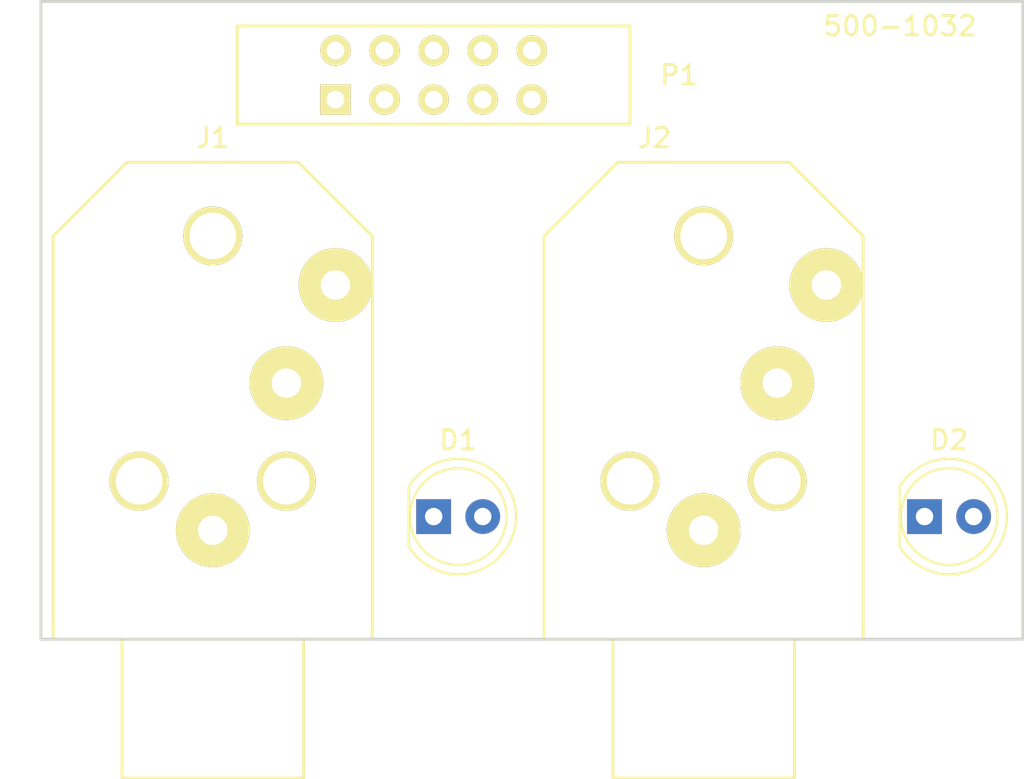
<source format=kicad_pcb>
(kicad_pcb (version 4) (host pcbnew 4.0.5)

  (general
    (links 10)
    (no_connects 10)
    (area 0 0 0 0)
    (thickness 1.6)
    (drawings 4)
    (tracks 0)
    (zones 0)
    (modules 5)
    (nets 11)
  )

  (page A)
  (title_block
    (title "DUAL 1/4\" JACK/ LED")
    (date 2017-01-31)
    (rev A)
  )

  (layers
    (0 F.Cu signal)
    (31 B.Cu signal)
    (32 B.Adhes user)
    (33 F.Adhes user)
    (34 B.Paste user)
    (35 F.Paste user)
    (36 B.SilkS user)
    (37 F.SilkS user)
    (38 B.Mask user)
    (39 F.Mask user)
    (40 Dwgs.User user)
    (41 Cmts.User user)
    (42 Eco1.User user)
    (43 Eco2.User user)
    (44 Edge.Cuts user)
    (45 Margin user)
    (46 B.CrtYd user)
    (47 F.CrtYd user)
    (48 B.Fab user)
    (49 F.Fab user)
  )

  (setup
    (last_trace_width 0.25)
    (trace_clearance 0.2)
    (zone_clearance 0.508)
    (zone_45_only no)
    (trace_min 0.2)
    (segment_width 0.2)
    (edge_width 0.15)
    (via_size 0.6)
    (via_drill 0.4)
    (via_min_size 0.4)
    (via_min_drill 0.3)
    (uvia_size 0.3)
    (uvia_drill 0.1)
    (uvias_allowed no)
    (uvia_min_size 0.2)
    (uvia_min_drill 0.1)
    (pcb_text_width 0.3)
    (pcb_text_size 1.5 1.5)
    (mod_edge_width 0.15)
    (mod_text_size 1 1)
    (mod_text_width 0.15)
    (pad_size 1.524 1.524)
    (pad_drill 0.762)
    (pad_to_mask_clearance 0.2)
    (aux_axis_origin 0 0)
    (visible_elements FFFFFF7F)
    (pcbplotparams
      (layerselection 0x00030_80000001)
      (usegerberextensions false)
      (excludeedgelayer true)
      (linewidth 0.100000)
      (plotframeref false)
      (viasonmask false)
      (mode 1)
      (useauxorigin false)
      (hpglpennumber 1)
      (hpglpenspeed 20)
      (hpglpendiameter 15)
      (hpglpenoverlay 2)
      (psnegative false)
      (psa4output false)
      (plotreference true)
      (plotvalue true)
      (plotinvisibletext false)
      (padsonsilk false)
      (subtractmaskfromsilk false)
      (outputformat 1)
      (mirror false)
      (drillshape 1)
      (scaleselection 1)
      (outputdirectory ""))
  )

  (net 0 "")
  (net 1 "Net-(D1-Pad1)")
  (net 2 "Net-(D1-Pad2)")
  (net 3 "Net-(D2-Pad1)")
  (net 4 "Net-(D2-Pad2)")
  (net 5 "Net-(J1-Pad1)")
  (net 6 "Net-(J1-Pad2)")
  (net 7 "Net-(J1-Pad3)")
  (net 8 "Net-(J2-Pad1)")
  (net 9 "Net-(J2-Pad2)")
  (net 10 "Net-(J2-Pad3)")

  (net_class Default "This is the default net class."
    (clearance 0.2)
    (trace_width 0.25)
    (via_dia 0.6)
    (via_drill 0.4)
    (uvia_dia 0.3)
    (uvia_drill 0.1)
    (add_net "Net-(D1-Pad1)")
    (add_net "Net-(D1-Pad2)")
    (add_net "Net-(D2-Pad1)")
    (add_net "Net-(D2-Pad2)")
    (add_net "Net-(J1-Pad1)")
    (add_net "Net-(J1-Pad2)")
    (add_net "Net-(J1-Pad3)")
    (add_net "Net-(J2-Pad1)")
    (add_net "Net-(J2-Pad2)")
    (add_net "Net-(J2-Pad3)")
  )

  (module LEDs:LED_D5.0mm (layer F.Cu) (tedit 587A3A7B) (tstamp 58916C65)
    (at 113.03 95.25)
    (descr "LED, diameter 5.0mm, 2 pins, http://cdn-reichelt.de/documents/datenblatt/A500/LL-504BC2E-009.pdf")
    (tags "LED diameter 5.0mm 2 pins")
    (path /5891658F)
    (fp_text reference D1 (at 1.27 -3.96) (layer F.SilkS)
      (effects (font (size 1 1) (thickness 0.15)))
    )
    (fp_text value LED_ALT (at 1.27 3.96) (layer F.Fab)
      (effects (font (size 1 1) (thickness 0.15)))
    )
    (fp_arc (start 1.27 0) (end -1.23 -1.469694) (angle 299.1) (layer F.Fab) (width 0.1))
    (fp_arc (start 1.27 0) (end -1.29 -1.54483) (angle 148.9) (layer F.SilkS) (width 0.12))
    (fp_arc (start 1.27 0) (end -1.29 1.54483) (angle -148.9) (layer F.SilkS) (width 0.12))
    (fp_circle (center 1.27 0) (end 3.77 0) (layer F.Fab) (width 0.1))
    (fp_circle (center 1.27 0) (end 3.77 0) (layer F.SilkS) (width 0.12))
    (fp_line (start -1.23 -1.469694) (end -1.23 1.469694) (layer F.Fab) (width 0.1))
    (fp_line (start -1.29 -1.545) (end -1.29 1.545) (layer F.SilkS) (width 0.12))
    (fp_line (start -1.95 -3.25) (end -1.95 3.25) (layer F.CrtYd) (width 0.05))
    (fp_line (start -1.95 3.25) (end 4.5 3.25) (layer F.CrtYd) (width 0.05))
    (fp_line (start 4.5 3.25) (end 4.5 -3.25) (layer F.CrtYd) (width 0.05))
    (fp_line (start 4.5 -3.25) (end -1.95 -3.25) (layer F.CrtYd) (width 0.05))
    (pad 1 thru_hole rect (at 0 0) (size 1.8 1.8) (drill 0.9) (layers *.Cu *.Mask)
      (net 1 "Net-(D1-Pad1)"))
    (pad 2 thru_hole circle (at 2.54 0) (size 1.8 1.8) (drill 0.9) (layers *.Cu *.Mask)
      (net 2 "Net-(D1-Pad2)"))
    (model LEDs.3dshapes/LED_D5.0mm.wrl
      (at (xyz 0 0 0))
      (scale (xyz 0.393701 0.393701 0.393701))
      (rotate (xyz 0 0 0))
    )
  )

  (module LEDs:LED_D5.0mm (layer F.Cu) (tedit 587A3A7B) (tstamp 58916C76)
    (at 138.43 95.25)
    (descr "LED, diameter 5.0mm, 2 pins, http://cdn-reichelt.de/documents/datenblatt/A500/LL-504BC2E-009.pdf")
    (tags "LED diameter 5.0mm 2 pins")
    (path /589166A2)
    (fp_text reference D2 (at 1.27 -3.96) (layer F.SilkS)
      (effects (font (size 1 1) (thickness 0.15)))
    )
    (fp_text value LED_ALT (at 1.27 3.96) (layer F.Fab)
      (effects (font (size 1 1) (thickness 0.15)))
    )
    (fp_arc (start 1.27 0) (end -1.23 -1.469694) (angle 299.1) (layer F.Fab) (width 0.1))
    (fp_arc (start 1.27 0) (end -1.29 -1.54483) (angle 148.9) (layer F.SilkS) (width 0.12))
    (fp_arc (start 1.27 0) (end -1.29 1.54483) (angle -148.9) (layer F.SilkS) (width 0.12))
    (fp_circle (center 1.27 0) (end 3.77 0) (layer F.Fab) (width 0.1))
    (fp_circle (center 1.27 0) (end 3.77 0) (layer F.SilkS) (width 0.12))
    (fp_line (start -1.23 -1.469694) (end -1.23 1.469694) (layer F.Fab) (width 0.1))
    (fp_line (start -1.29 -1.545) (end -1.29 1.545) (layer F.SilkS) (width 0.12))
    (fp_line (start -1.95 -3.25) (end -1.95 3.25) (layer F.CrtYd) (width 0.05))
    (fp_line (start -1.95 3.25) (end 4.5 3.25) (layer F.CrtYd) (width 0.05))
    (fp_line (start 4.5 3.25) (end 4.5 -3.25) (layer F.CrtYd) (width 0.05))
    (fp_line (start 4.5 -3.25) (end -1.95 -3.25) (layer F.CrtYd) (width 0.05))
    (pad 1 thru_hole rect (at 0 0) (size 1.8 1.8) (drill 0.9) (layers *.Cu *.Mask)
      (net 3 "Net-(D2-Pad1)"))
    (pad 2 thru_hole circle (at 2.54 0) (size 1.8 1.8) (drill 0.9) (layers *.Cu *.Mask)
      (net 4 "Net-(D2-Pad2)"))
    (model LEDs.3dshapes/LED_D5.0mm.wrl
      (at (xyz 0 0 0))
      (scale (xyz 0.393701 0.393701 0.393701))
      (rotate (xyz 0 0 0))
    )
  )

  (module FootPrints:PHONE-SC112A (layer F.Cu) (tedit 56D52D2B) (tstamp 58916C89)
    (at 101.6 101.6 270)
    (path /589164B7)
    (fp_text reference J1 (at -25.9588 0 360) (layer F.SilkS)
      (effects (font (size 1 1) (thickness 0.15)))
    )
    (fp_text value Phone_Jack_wSw-PCB (at -5.6388 10.16 270) (layer F.Fab)
      (effects (font (size 1 1) (thickness 0.15)))
    )
    (fp_line (start 0 -4.699) (end 7.1882 -4.699) (layer F.SilkS) (width 0.15))
    (fp_line (start 7.1882 -4.699) (end 7.1882 4.699) (layer F.SilkS) (width 0.15))
    (fp_line (start 7.1882 4.699) (end 0 4.699) (layer F.SilkS) (width 0.15))
    (fp_line (start -24.6888 4.445) (end -24.6888 -4.445) (layer F.SilkS) (width 0.15))
    (fp_line (start -24.6888 -4.445) (end -20.8788 -8.255) (layer F.SilkS) (width 0.15))
    (fp_line (start -20.8788 -8.255) (end 0 -8.255) (layer F.SilkS) (width 0.15))
    (fp_line (start 0 -8.255) (end 0 8.255) (layer F.SilkS) (width 0.15))
    (fp_line (start 0 8.255) (end -20.8788 8.255) (layer F.SilkS) (width 0.15))
    (fp_line (start -20.8788 8.255) (end -24.6888 4.445) (layer F.SilkS) (width 0.15))
    (pad 1 thru_hole circle (at -5.6388 0 270) (size 3.81 3.81) (drill 1.524) (layers *.Cu *.Mask F.SilkS)
      (net 5 "Net-(J1-Pad1)"))
    (pad "" thru_hole circle (at -8.1788 -3.81 270) (size 3.048 3.048) (drill 2.413) (layers *.Cu *.Mask F.SilkS))
    (pad 2 thru_hole circle (at -13.2588 -3.81 270) (size 3.81 3.81) (drill 1.524) (layers *.Cu *.Mask F.SilkS)
      (net 6 "Net-(J1-Pad2)"))
    (pad 3 thru_hole circle (at -18.3388 -6.35 270) (size 3.81 3.81) (drill 1.524) (layers *.Cu *.Mask F.SilkS)
      (net 7 "Net-(J1-Pad3)"))
    (pad "" thru_hole circle (at -20.8788 0 270) (size 3.048 3.048) (drill 2.413) (layers *.Cu *.Mask F.SilkS))
    (pad "" thru_hole circle (at -8.1788 3.81 270) (size 3.048 3.048) (drill 2.413) (layers *.Cu *.Mask F.SilkS))
  )

  (module FootPrints:PHONE-SC112A (layer F.Cu) (tedit 56D52D2B) (tstamp 58916C9C)
    (at 127 101.6 270)
    (path /58916561)
    (fp_text reference J2 (at -25.9588 2.54 360) (layer F.SilkS)
      (effects (font (size 1 1) (thickness 0.15)))
    )
    (fp_text value Phone_Jack_wSw-PCB (at -5.6388 10.16 270) (layer F.Fab)
      (effects (font (size 1 1) (thickness 0.15)))
    )
    (fp_line (start 0 -4.699) (end 7.1882 -4.699) (layer F.SilkS) (width 0.15))
    (fp_line (start 7.1882 -4.699) (end 7.1882 4.699) (layer F.SilkS) (width 0.15))
    (fp_line (start 7.1882 4.699) (end 0 4.699) (layer F.SilkS) (width 0.15))
    (fp_line (start -24.6888 4.445) (end -24.6888 -4.445) (layer F.SilkS) (width 0.15))
    (fp_line (start -24.6888 -4.445) (end -20.8788 -8.255) (layer F.SilkS) (width 0.15))
    (fp_line (start -20.8788 -8.255) (end 0 -8.255) (layer F.SilkS) (width 0.15))
    (fp_line (start 0 -8.255) (end 0 8.255) (layer F.SilkS) (width 0.15))
    (fp_line (start 0 8.255) (end -20.8788 8.255) (layer F.SilkS) (width 0.15))
    (fp_line (start -20.8788 8.255) (end -24.6888 4.445) (layer F.SilkS) (width 0.15))
    (pad 1 thru_hole circle (at -5.6388 0 270) (size 3.81 3.81) (drill 1.524) (layers *.Cu *.Mask F.SilkS)
      (net 8 "Net-(J2-Pad1)"))
    (pad "" thru_hole circle (at -8.1788 -3.81 270) (size 3.048 3.048) (drill 2.413) (layers *.Cu *.Mask F.SilkS))
    (pad 2 thru_hole circle (at -13.2588 -3.81 270) (size 3.81 3.81) (drill 1.524) (layers *.Cu *.Mask F.SilkS)
      (net 9 "Net-(J2-Pad2)"))
    (pad 3 thru_hole circle (at -18.3388 -6.35 270) (size 3.81 3.81) (drill 1.524) (layers *.Cu *.Mask F.SilkS)
      (net 10 "Net-(J2-Pad3)"))
    (pad "" thru_hole circle (at -20.8788 0 270) (size 3.048 3.048) (drill 2.413) (layers *.Cu *.Mask F.SilkS))
    (pad "" thru_hole circle (at -8.1788 3.81 270) (size 3.048 3.048) (drill 2.413) (layers *.Cu *.Mask F.SilkS))
  )

  (module FootPrints:IDC5x2_Vert (layer F.Cu) (tedit 56F1A429) (tstamp 58916CAE)
    (at 113.03 72.39 180)
    (path /58916A6D)
    (fp_text reference P1 (at -12.7 0 180) (layer F.SilkS)
      (effects (font (size 1 1) (thickness 0.15)))
    )
    (fp_text value 500-1032 (at -24.13 2.54 180) (layer F.SilkS)
      (effects (font (size 1 1) (thickness 0.15)))
    )
    (fp_line (start 10.16 2.54) (end -10.16 2.54) (layer F.SilkS) (width 0.15))
    (fp_line (start 10.16 -2.54) (end -10.16 -2.54) (layer F.SilkS) (width 0.15))
    (fp_line (start -10.16 2.54) (end -10.16 -2.54) (layer F.SilkS) (width 0.15))
    (fp_line (start 10.16 -2.54) (end 10.16 2.54) (layer F.SilkS) (width 0.15))
    (pad 1 thru_hole rect (at 5.08 -1.27 180) (size 1.5748 1.5748) (drill 0.9144) (layers *.Cu *.Mask F.SilkS)
      (net 7 "Net-(J1-Pad3)"))
    (pad 2 thru_hole circle (at 5.08 1.27 180) (size 1.5748 1.5748) (drill 0.9144) (layers *.Cu *.Mask F.SilkS)
      (net 10 "Net-(J2-Pad3)"))
    (pad 3 thru_hole circle (at 2.54 -1.27 180) (size 1.5748 1.5748) (drill 0.9144) (layers *.Cu *.Mask F.SilkS)
      (net 6 "Net-(J1-Pad2)"))
    (pad 4 thru_hole circle (at 2.54 1.27 180) (size 1.5748 1.5748) (drill 0.9144) (layers *.Cu *.Mask F.SilkS)
      (net 9 "Net-(J2-Pad2)"))
    (pad 5 thru_hole circle (at 0 -1.27 180) (size 1.5748 1.5748) (drill 0.9144) (layers *.Cu *.Mask F.SilkS)
      (net 5 "Net-(J1-Pad1)"))
    (pad 6 thru_hole circle (at 0 1.27 180) (size 1.5748 1.5748) (drill 0.9144) (layers *.Cu *.Mask F.SilkS)
      (net 8 "Net-(J2-Pad1)"))
    (pad 7 thru_hole circle (at -2.54 -1.27 180) (size 1.5748 1.5748) (drill 0.9144) (layers *.Cu *.Mask F.SilkS)
      (net 2 "Net-(D1-Pad2)"))
    (pad 8 thru_hole circle (at -2.54 1.27 180) (size 1.5748 1.5748) (drill 0.9144) (layers *.Cu *.Mask F.SilkS)
      (net 1 "Net-(D1-Pad1)"))
    (pad 9 thru_hole circle (at -5.08 -1.27 180) (size 1.5748 1.5748) (drill 0.9144) (layers *.Cu *.Mask F.SilkS)
      (net 4 "Net-(D2-Pad2)"))
    (pad 10 thru_hole circle (at -5.08 1.27 180) (size 1.5748 1.5748) (drill 0.9144) (layers *.Cu *.Mask F.SilkS)
      (net 3 "Net-(D2-Pad1)"))
  )

  (gr_line (start 92.71 68.58) (end 92.71 101.6) (layer Edge.Cuts) (width 0.15))
  (gr_line (start 143.51 68.58) (end 92.71 68.58) (layer Edge.Cuts) (width 0.15))
  (gr_line (start 143.51 101.6) (end 143.51 68.58) (layer Edge.Cuts) (width 0.15))
  (gr_line (start 92.71 101.6) (end 143.51 101.6) (layer Edge.Cuts) (width 0.15))

)

</source>
